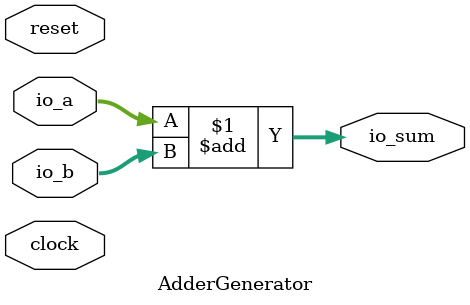
<source format=sv>
module AdderGenerator(
  input         clock,
                reset,
  input  [15:0] io_a,
                io_b,
  output [15:0] io_sum
);

  assign io_sum = io_a + io_b;
endmodule


</source>
